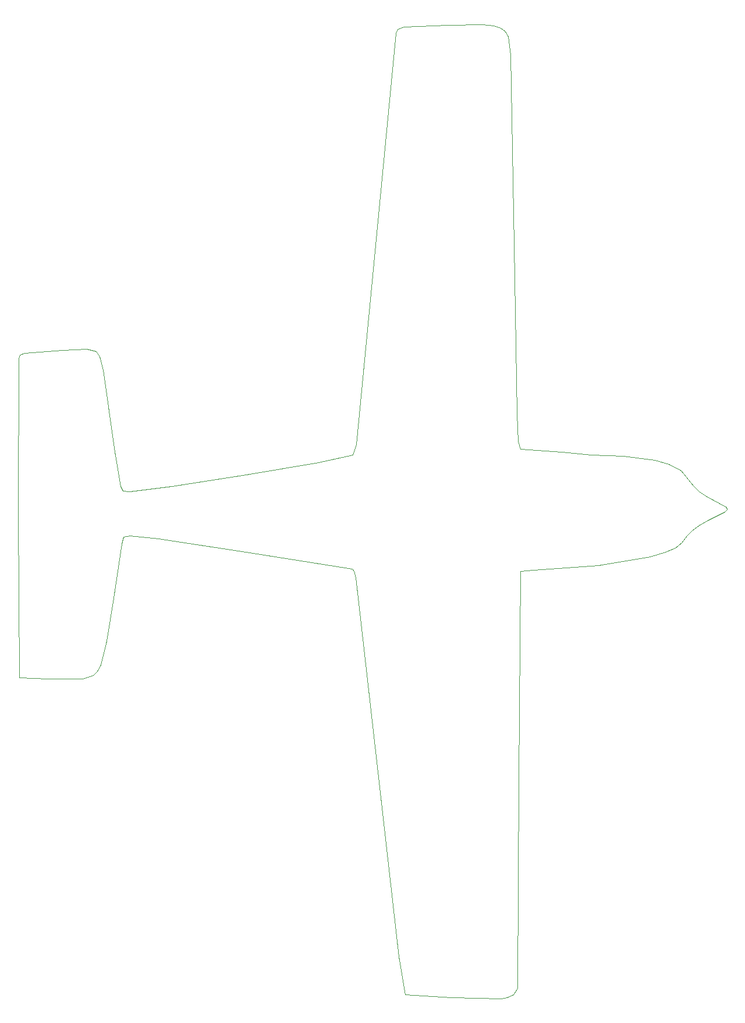
<source format=gm1>
G04 #@! TF.GenerationSoftware,KiCad,Pcbnew,8.0.0*
G04 #@! TF.CreationDate,2024-03-14T11:46:59-05:00*
G04 #@! TF.ProjectId,airplane-keychain,61697270-6c61-46e6-952d-6b6579636861,1*
G04 #@! TF.SameCoordinates,Original*
G04 #@! TF.FileFunction,Profile,NP*
%FSLAX46Y46*%
G04 Gerber Fmt 4.6, Leading zero omitted, Abs format (unit mm)*
G04 Created by KiCad (PCBNEW 8.0.0) date 2024-03-14 11:46:59*
%MOMM*%
%LPD*%
G01*
G04 APERTURE LIST*
G04 #@! TA.AperFunction,Profile*
%ADD10C,0.100000*%
G04 #@! TD*
G04 APERTURE END LIST*
D10*
X95254200Y-87023450D02*
X93528600Y-75082500D01*
X81321900Y-119829400D02*
X85500200Y-120052800D01*
X153981700Y-134738700D02*
X154247800Y-104316610D01*
X97417500Y-92786230D02*
X96381500Y-92680860D01*
X136538040Y-160505700D02*
X137444430Y-165984400D01*
X85500200Y-120052800D02*
X90589000Y-120015500D01*
X94036300Y-114478200D02*
X95024200Y-108283400D01*
X153730500Y-81432200D02*
X153318900Y-56949600D01*
X114310700Y-101535650D02*
X129741760Y-103995810D01*
X177719500Y-100187550D02*
X178479800Y-99214830D01*
X144254300Y-166409600D02*
X151439100Y-166538600D01*
X136113450Y-26073800D02*
X130361340Y-85850970D01*
X164563000Y-87375730D02*
X160223200Y-87027900D01*
X154247800Y-104316610D02*
X156053500Y-104147360D01*
X96381500Y-92680860D02*
X96043500Y-91955430D01*
X131035900Y-111960400D02*
X134142500Y-139557300D01*
X124879760Y-88514990D02*
X114393200Y-90323760D01*
X97438800Y-99214830D02*
X101556300Y-99647450D01*
X134142500Y-139557300D02*
X136538040Y-160505700D01*
X152776000Y-29182100D02*
X152437600Y-26567600D01*
X148730500Y-24799600D02*
X143680900Y-24844600D01*
X153180800Y-166000300D02*
X153818300Y-165053500D01*
X160223200Y-87027900D02*
X154216300Y-86585450D01*
X101556300Y-99647450D02*
X114310700Y-101535650D01*
X152047200Y-25768100D02*
X151369200Y-25240300D01*
X96043500Y-91955430D02*
X95254200Y-87023450D01*
X184308300Y-95393099D02*
X184208300Y-95069826D01*
X173768000Y-88206450D02*
X169248000Y-87604750D01*
X93045700Y-73109200D02*
X92503900Y-72371900D01*
X103526600Y-92029360D02*
X97417500Y-92786230D01*
X137293060Y-25137000D02*
X136378970Y-25471800D01*
X152293700Y-166434100D02*
X153180800Y-166000300D01*
X96516900Y-99384160D02*
X97438800Y-99214830D01*
X151369200Y-25240300D02*
X150298700Y-24934200D01*
X81172500Y-96019930D02*
X81321900Y-119829400D01*
X153818300Y-165053500D02*
X153981700Y-134738700D01*
X137444430Y-165984400D02*
X144254300Y-166409600D01*
X92503900Y-72371900D02*
X91198300Y-72003600D01*
X96257900Y-100378560D02*
X96516900Y-99384160D01*
X181209600Y-93422400D02*
X180192800Y-92759910D01*
X178479800Y-99214830D02*
X179234500Y-98394170D01*
X151439100Y-166538600D02*
X152293700Y-166434100D01*
X129741760Y-103995810D02*
X130045960Y-104358710D01*
X175806700Y-88800600D02*
X173768000Y-88206450D01*
X92126600Y-119529600D02*
X92692000Y-118929500D01*
X154216300Y-86585450D02*
X153935300Y-85473800D01*
X92692000Y-118929500D02*
X93173100Y-117955400D01*
X82122700Y-72586500D02*
X81442900Y-72870200D01*
X184208300Y-95069826D02*
X181209600Y-93422400D01*
X129848920Y-87448630D02*
X124879760Y-88514990D01*
X176765400Y-100943510D02*
X177719500Y-100187550D01*
X90589000Y-120015500D02*
X92126600Y-119529600D01*
X136378970Y-25471800D02*
X136113450Y-26073800D01*
X179234500Y-98394170D02*
X180192500Y-97644720D01*
X95024200Y-108283400D02*
X96257900Y-100378560D01*
X130045960Y-104358710D02*
X130236970Y-105260580D01*
X93528600Y-75082500D02*
X93045700Y-73109200D01*
X169248000Y-87604750D02*
X164563000Y-87375730D01*
X156053500Y-104147360D02*
X165593700Y-103466360D01*
X180192500Y-97644720D02*
X181551000Y-96914860D01*
X81283200Y-73359400D02*
X81172500Y-96019930D01*
X93173100Y-117955400D02*
X94036300Y-114478200D01*
X153935300Y-85473800D02*
X153730500Y-81432200D01*
X153318900Y-56949600D02*
X152776000Y-29182100D01*
X114393200Y-90323760D02*
X103526600Y-92029360D01*
X152437600Y-26567600D02*
X152047200Y-25768100D01*
X150298700Y-24934200D02*
X148730500Y-24799600D01*
X175323400Y-101583800D02*
X176765400Y-100943510D01*
X177612800Y-89672240D02*
X175806700Y-88800600D01*
X81442900Y-72870200D02*
X81283200Y-73359400D01*
X165593700Y-103466360D02*
X173099200Y-102209490D01*
X130361340Y-85850970D02*
X129848920Y-87448630D01*
X180192800Y-92759910D02*
X179416800Y-91928680D01*
X91198300Y-72003600D02*
X87573900Y-72147900D01*
X143680900Y-24844600D02*
X137293060Y-25137000D01*
X173099200Y-102209490D02*
X175323400Y-101583800D01*
X181551000Y-96914860D02*
X183977900Y-95753405D01*
X183977900Y-95753405D02*
X184308300Y-95393099D01*
X130236970Y-105260580D02*
X131035900Y-111960400D01*
X87573900Y-72147900D02*
X82122700Y-72586500D01*
X179416800Y-91928680D02*
X177612800Y-89672240D01*
M02*

</source>
